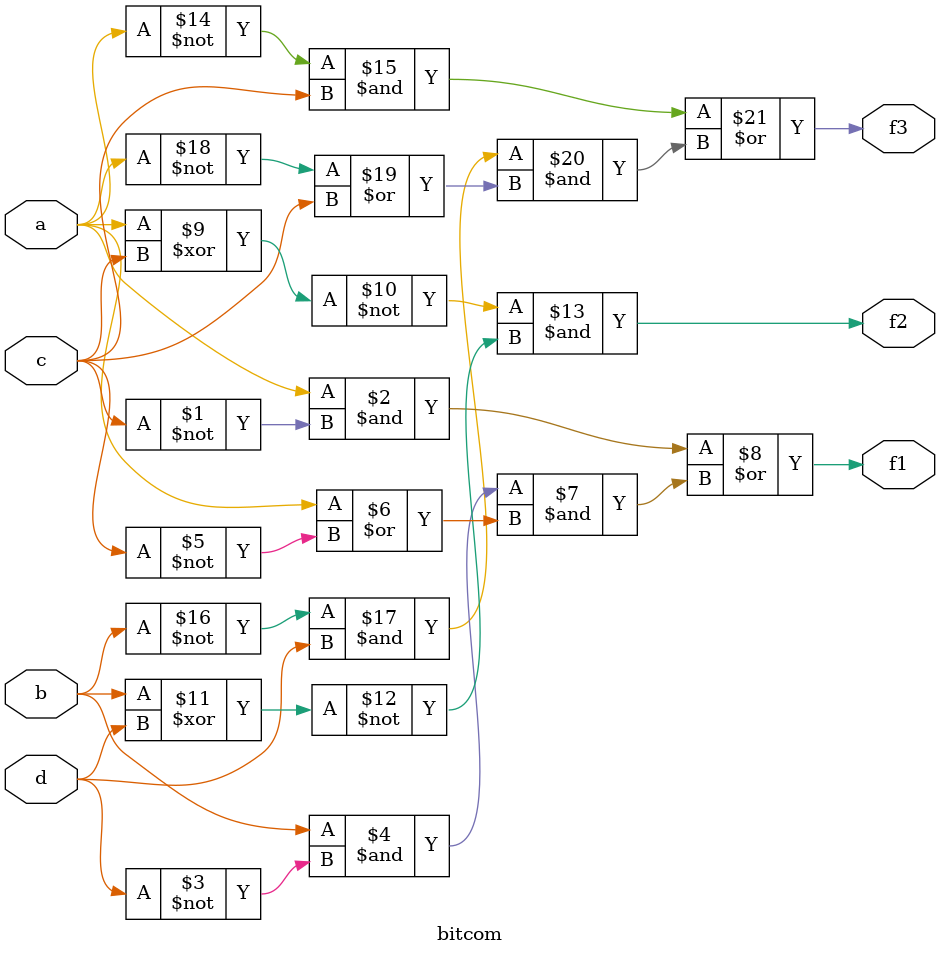
<source format=v>
`timescale 1ns / 1ps


module bitcom(
input a, b, c, d,
output f1, f2, f3
    );
    
    assign f1 = a&~c | (b&~d)&(a|~c),
    f2 = ~(a^c)&~(b^d),
    f3 = ~a&c | (~b&d)&(~a|c);
endmodule

</source>
